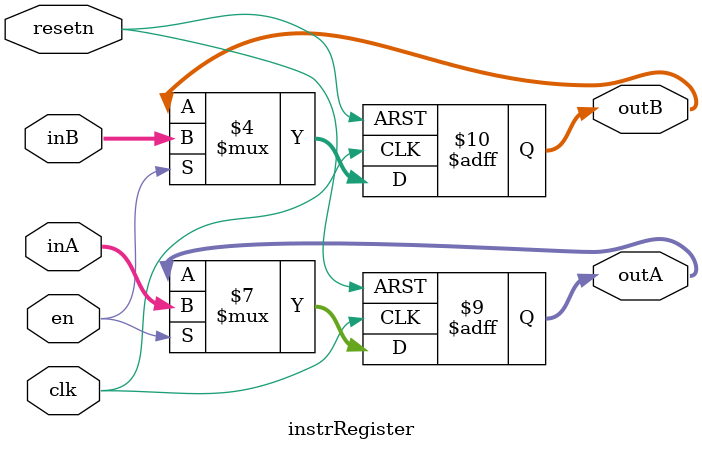
<source format=v>
module instrRegister(
    input clk, resetn, en,
    input [31:0] inA, inB,
    output reg [31:0] outA, outB
    );

    always @(posedge clk or negedge resetn) begin
        if (!resetn) begin
            outA = 31'b0;
            outB = 31'b0;
        end else if (en) begin
            outA = inA;
            outB = inB;
        end
    end
endmodule
</source>
